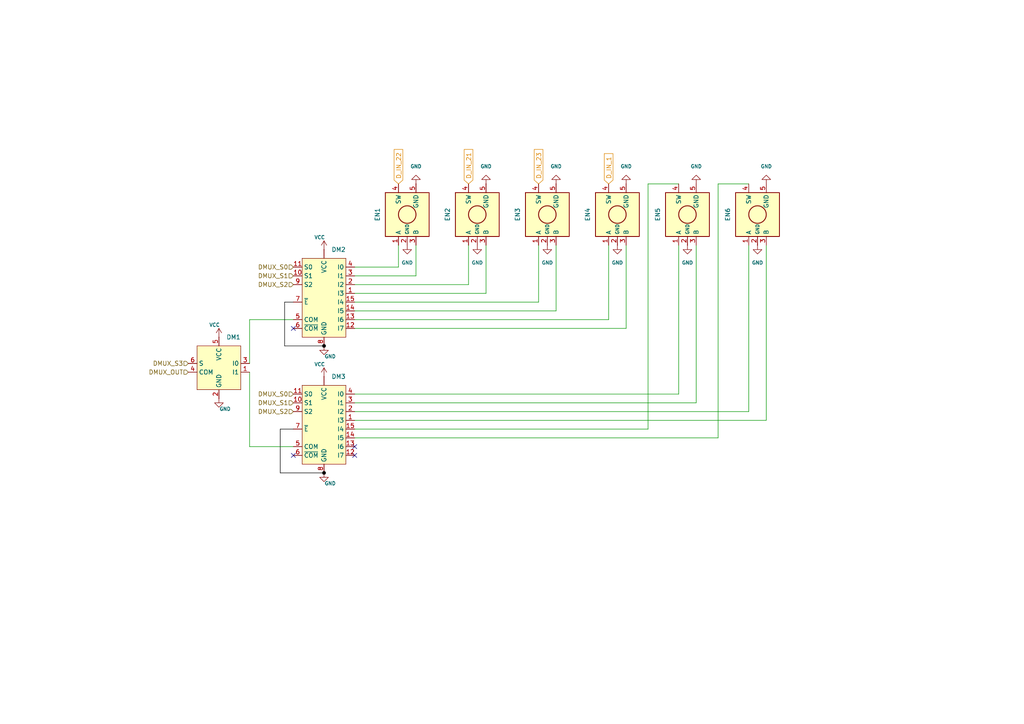
<source format=kicad_sch>
(kicad_sch (version 20250114) (generator "eeschema") (generator_version "9.0")
  (paper "A4")
  (lib_symbols
    (symbol "Symbols:74AC151SC_8{colon}1_MUX"
      (property "Reference" "U" (at 0 0 0))
      (symbol "74AC151SC_8{colon}1_MUX_1_1"
        (rectangle (start -6.35 8.89) (end 6.35 -13.97) (fill (type background)))
        (pin input line (at -8.89 6.35 0) (length 2.54) (name "S0") (number "11"))
        (pin input line (at -8.89 3.81 0) (length 2.54) (name "S1") (number "10"))
        (pin input line (at -8.89 1.27 0) (length 2.54) (name "S2") (number "9"))
        (pin input line (at -8.89 -3.81 0) (length 2.54) (name "~{E}") (number "7"))
        (pin passive line (at -8.89 -8.89 0) (length 2.54) (name "COM") (number "5"))
        (pin passive line (at -8.89 -11.43 0) (length 2.54) (name "~{COM}") (number "6"))
        (pin power_in line (at 0 11.43 270) (length 2.54) (name "VCC") (number ""))
        (pin power_in line (at 0 -16.51 90) (length 2.54) (name "GND") (number "8"))
        (pin passive line (at 8.89 6.35 180) (length 2.54) (name "I0") (number "4"))
        (pin passive line (at 8.89 3.81 180) (length 2.54) (name "I1") (number "3"))
        (pin passive line (at 8.89 1.27 180) (length 2.54) (name "I2") (number "2"))
        (pin passive line (at 8.89 -1.27 180) (length 2.54) (name "I3") (number "1"))
        (pin passive line (at 8.89 -3.81 180) (length 2.54) (name "I4") (number "15"))
        (pin passive line (at 8.89 -6.35 180) (length 2.54) (name "I5") (number "14"))
        (pin passive line (at 8.89 -8.89 180) (length 2.54) (name "I6") (number "13"))
        (pin passive line (at 8.89 -11.43 180) (length 2.54) (name "I7") (number "12"))
      )
    )
    (symbol "Symbols:74LVC1G157_2{colon}1_MUX"
      (property "Reference" "U" (at 0 0 0))
      (symbol "74LVC1G157_2{colon}1_MUX_1_1"
        (rectangle (start -6.35 6.35) (end 6.35 -6.35) (fill (type background)))
        (pin input line (at -8.89 1.27 0) (length 2.54) (name "S") (number "6"))
        (pin passive line (at -8.89 -1.27 0) (length 2.54) (name "COM") (number "4"))
        (pin power_in line (at 0 8.89 270) (length 2.54) (name "VCC") (number "5"))
        (pin power_in line (at 0 -8.89 90) (length 2.54) (name "GND") (number "2"))
        (pin passive line (at 8.89 1.27 180) (length 2.54) (name "I0") (number "3"))
        (pin passive line (at 8.89 -1.27 180) (length 2.54) (name "I1") (number "1"))
      )
    )
    (symbol "Symbols:GND" (power) (pin_numbers (hide yes)) (pin_names (hide yes))
      (property "Value" "GND" (at 0 -3.302 0))
      (symbol "GND_0_1"
        (polyline (pts (xy 0 0) (xy 0 -1.27) (xy 1.27 -1.27) (xy 0 -2.54) (xy -1.27 -1.27) (xy 0 -1.27)))
      )
      (symbol "GND_1_1"
        (pin power_in line (at 0 0 270) (length 0) (name "~") (number ""))
      )
    )
    (symbol "Symbols:Rotary_Encoder"
      (property "Reference" "U" (at 0 4.064 0))
      (symbol "Rotary_Encoder_0_1"
        (rectangle (start -6.35 6.35) (end 6.35 -6.35) (stroke (width 0.254)) (fill (type background)))
        (circle (center 0 0) (radius 2.54) (stroke (width 0.254)))
      )
      (symbol "Rotary_Encoder_1_1"
        (pin passive line (at -8.89 2.54 0) (length 2.54) (name "A") (number "1"))
        (pin passive line (at -8.89 0 0) (length 2.54) (name "GND") (number "2"))
        (pin passive line (at -8.89 -2.54 0) (length 2.54) (name "B") (number "3"))
        (pin passive line (at 8.89 2.54 180) (length 2.54) (name "SW") (number "4"))
        (pin passive line (at 8.89 -2.54 180) (length 2.54) (name "GND") (number "5"))
      )
    )
    (symbol "Symbols:VCC" (power) (pin_numbers (hide yes)) (pin_names (hide yes))
      (property "Value" "VCC" (at 0 3.81 0))
      (symbol "VCC_0_1"
        (polyline (pts (xy -0.762 1.27) (xy 0 2.54)))
        (polyline (pts (xy 0 2.54) (xy 0.762 1.27)))
        (polyline (pts (xy 0 0) (xy 0 2.54)))
      )
      (symbol "VCC_1_1"
        (pin power_in line (at 0 0 90) (length 0) (name "~") (number ""))
      )
    )
  )
  (junction (at 93.98 137.16) (color 0 0 0 1))
  (junction (at 93.98 100.33) (color 0 0 0 1))
  (no_connect (at 85.09 132.08))
  (no_connect (at 85.09 95.25))
  (no_connect (at 102.87 132.08))
  (no_connect (at 102.87 129.54))
  (wire (pts (xy 102.87 90.17) (xy 161.29 90.17)))
  (wire (pts (xy 115.57 77.47) (xy 115.57 71.12)))
  (wire (pts (xy 208.28 127) (xy 102.87 127)))
  (wire (pts (xy 201.93 71.12) (xy 201.93 116.84)))
  (wire (pts (xy 176.53 92.71) (xy 176.53 71.12)))
  (wire (pts (xy 85.09 87.63) (xy 82.55 87.63)) (stroke (width 0) (color 0 0 0 1)))
  (wire (pts (xy 81.28 137.16) (xy 93.98 137.16)) (stroke (width 0) (color 0 0 0 1)))
  (wire (pts (xy 81.28 124.46) (xy 81.28 137.16)) (stroke (width 0) (color 0 0 0 1)))
  (wire (pts (xy 102.87 121.92) (xy 222.25 121.92)))
  (wire (pts (xy 217.17 119.38) (xy 102.87 119.38)))
  (wire (pts (xy 102.87 82.55) (xy 135.89 82.55)))
  (wire (pts (xy 222.25 121.92) (xy 222.25 71.12)))
  (wire (pts (xy 156.21 87.63) (xy 156.21 71.12)))
  (wire (pts (xy 72.39 92.71) (xy 85.09 92.71)))
  (wire (pts (xy 102.87 95.25) (xy 181.61 95.25)))
  (wire (pts (xy 196.85 53.34) (xy 187.96 53.34)))
  (wire (pts (xy 208.28 53.34) (xy 217.17 53.34)))
  (wire (pts (xy 102.87 87.63) (xy 156.21 87.63)))
  (wire (pts (xy 217.17 71.12) (xy 217.17 119.38)))
  (wire (pts (xy 161.29 90.17) (xy 161.29 71.12)))
  (wire (pts (xy 82.55 87.63) (xy 82.55 100.33)) (stroke (width 0) (color 0 0 0 1)))
  (wire (pts (xy 102.87 92.71) (xy 176.53 92.71)))
  (wire (pts (xy 196.85 114.3) (xy 196.85 71.12)))
  (wire (pts (xy 102.87 85.09) (xy 140.97 85.09)))
  (wire (pts (xy 208.28 53.34) (xy 208.28 127)))
  (wire (pts (xy 72.39 129.54) (xy 85.09 129.54)))
  (wire (pts (xy 135.89 82.55) (xy 135.89 71.12)))
  (wire (pts (xy 82.55 100.33) (xy 93.98 100.33)) (stroke (width 0) (color 0 0 0 1)))
  (wire (pts (xy 102.87 80.01) (xy 120.65 80.01)))
  (wire (pts (xy 201.93 116.84) (xy 102.87 116.84)))
  (wire (pts (xy 187.96 124.46) (xy 102.87 124.46)))
  (wire (pts (xy 85.09 124.46) (xy 81.28 124.46)) (stroke (width 0) (color 0 0 0 1)))
  (wire (pts (xy 72.39 107.95) (xy 72.39 129.54)))
  (wire (pts (xy 120.65 80.01) (xy 120.65 71.12)))
  (wire (pts (xy 102.87 114.3) (xy 196.85 114.3)))
  (wire (pts (xy 187.96 53.34) (xy 187.96 124.46)))
  (wire (pts (xy 72.39 105.41) (xy 72.39 92.71)))
  (wire (pts (xy 102.87 77.47) (xy 115.57 77.47)))
  (wire (pts (xy 140.97 85.09) (xy 140.97 71.12)))
  (wire (pts (xy 181.61 95.25) (xy 181.61 71.12)))
  (global_label "D_IN_22" (shape input) (at 115.57 53.34 90) (property "Intersheetrefs" "${INTERSHEET_REFS}" (effects (hide yes))))
  (global_label "D_IN_1" (shape input) (at 176.53 53.34 90) (property "Intersheetrefs" "${INTERSHEET_REFS}" (effects (hide yes))))
  (global_label "D_IN_23" (shape input) (at 156.21 53.34 90) (property "Intersheetrefs" "${INTERSHEET_REFS}" (effects (hide yes))))
  (global_label "D_IN_21" (shape input) (at 135.89 53.34 90) (property "Intersheetrefs" "${INTERSHEET_REFS}" (effects (hide yes))))
  (hierarchical_label "DMUX_S3" (shape input) (at 54.61 105.41 180))
  (hierarchical_label "DMUX_S0" (shape input) (at 85.09 114.3 180))
  (hierarchical_label "DMUX_S1" (shape input) (at 85.09 80.01 180))
  (hierarchical_label "DMUX_S2" (shape input) (at 85.09 82.55 180))
  (hierarchical_label "DMUX_S0" (shape input) (at 85.09 77.47 180))
  (hierarchical_label "DMUX_S1" (shape input) (at 85.09 116.84 180))
  (hierarchical_label "DMUX_OUT" (shape input) (at 54.61 107.95 180))
  (hierarchical_label "DMUX_S2" (shape input) (at 85.09 119.38 180))
  (symbol (lib_id "Symbols:Rotary_Encoder") (at 199.39 62.23 90) (unit 1)
    (property "Reference" "EN5" (at 190.754 62.23 0))
  )
  (symbol (lib_id "Symbols:GND") (at 63.5 115.57 0) (unit 1)
    (property "Reference" "#PWR094" (effects (hide yes)))
    (property "Value" "GND" (at 65.278 118.618 0) (effects (font (size 1.016 1.016))))
  )
  (symbol (lib_id "Symbols:GND") (at 222.25 53.34 180) (unit 1)
    (property "Reference" "#PWR099" (effects (hide yes)))
    (property "Value" "GND" (at 222.25 48.26 0) (effects (font (size 1.016 1.016))))
  )
  (symbol (lib_id "Symbols:VCC") (at 93.98 72.39 0) (unit 1)
    (property "Reference" "#PWR091" (effects (hide yes)))
    (property "Value" "VCC" (at 92.71 68.834 0) (effects (font (size 1.016 1.016))))
  )
  (symbol (lib_id "Symbols:GND") (at 179.07 71.12 0) (unit 1)
    (property "Reference" "#PWR0102" (effects (hide yes)))
    (property "Value" "GND" (at 179.07 76.2 0) (effects (font (size 1.016 1.016))))
  )
  (symbol (lib_id "Symbols:GND") (at 93.98 137.16 0) (unit 1)
    (property "Reference" "#PWR092" (effects (hide yes)))
    (property "Value" "GND" (at 95.758 140.208 0) (effects (font (size 1.016 1.016))))
  )
  (symbol (lib_id "Symbols:VCC") (at 63.5 97.79 0) (unit 1)
    (property "Reference" "#PWR093" (effects (hide yes)))
    (property "Value" "VCC" (at 62.23 94.234 0) (effects (font (size 1.016 1.016))))
  )
  (symbol (lib_id "Symbols:GND") (at 219.71 71.12 0) (unit 1)
    (property "Reference" "#PWR0104" (effects (hide yes)))
    (property "Value" "GND" (at 219.71 76.2 0) (effects (font (size 1.016 1.016))))
  )
  (symbol (lib_id "Symbols:GND") (at 181.61 53.34 180) (unit 1)
    (property "Reference" "#PWR097" (effects (hide yes)))
    (property "Value" "GND" (at 181.61 48.26 0) (effects (font (size 1.016 1.016))))
  )
  (symbol (lib_id "Symbols:Rotary_Encoder") (at 138.43 62.23 90) (unit 1)
    (property "Reference" "EN2" (at 129.794 62.23 0))
  )
  (symbol (lib_id "Symbols:VCC") (at 93.98 109.22 0) (unit 1)
    (property "Reference" "#PWR089" (effects (hide yes)))
    (property "Value" "VCC" (at 92.71 105.664 0) (effects (font (size 1.016 1.016))))
  )
  (symbol (lib_id "Symbols:74AC151SC_8{colon}1_MUX") (at 93.98 83.82 0) (unit 1)
    (property "Reference" "DM2" (at 96.1233 72.39 0) (effects (justify left)))
    (property "Value" "74AC151SC" (effects (hide yes)))
  )
  (symbol (lib_id "Symbols:GND") (at 120.65 53.34 180) (unit 1)
    (property "Reference" "#PWR088" (effects (hide yes)))
    (property "Value" "GND" (at 120.65 48.26 0) (effects (font (size 1.016 1.016))))
  )
  (symbol (lib_id "Symbols:GND") (at 199.39 71.12 0) (unit 1)
    (property "Reference" "#PWR0103" (effects (hide yes)))
    (property "Value" "GND" (at 199.39 76.2 0) (effects (font (size 1.016 1.016))))
  )
  (symbol (lib_id "Symbols:GND") (at 118.11 71.12 0) (unit 1)
    (property "Reference" "#PWR087" (effects (hide yes)))
    (property "Value" "GND" (at 118.11 76.2 0) (effects (font (size 1.016 1.016))))
  )
  (symbol (lib_id "Symbols:GND") (at 158.75 71.12 0) (unit 1)
    (property "Reference" "#PWR0101" (effects (hide yes)))
    (property "Value" "GND" (at 158.75 76.2 0) (effects (font (size 1.016 1.016))))
  )
  (symbol (lib_id "Symbols:Rotary_Encoder") (at 158.75 62.23 90) (unit 1)
    (property "Reference" "EN3" (at 150.114 62.23 0))
  )
  (symbol (lib_id "Symbols:Rotary_Encoder") (at 179.07 62.23 90) (unit 1)
    (property "Reference" "EN4" (at 170.434 62.23 0))
  )
  (symbol (lib_id "Symbols:GND") (at 93.98 100.33 0) (unit 1)
    (property "Reference" "#PWR090" (effects (hide yes)))
    (property "Value" "GND" (at 95.758 103.378 0) (effects (font (size 1.016 1.016))))
  )
  (symbol (lib_id "Symbols:74LVC1G157_2{colon}1_MUX") (at 63.5 106.68 0) (unit 1)
    (property "Reference" "DM1" (at 65.6433 97.79 0) (effects (justify left)))
    (property "Value" "74LVC1G157" (effects (hide yes)))
  )
  (symbol (lib_id "Symbols:GND") (at 201.93 53.34 180) (unit 1)
    (property "Reference" "#PWR098" (effects (hide yes)))
    (property "Value" "GND" (at 201.93 48.26 0) (effects (font (size 1.016 1.016))))
  )
  (symbol (lib_id "Symbols:GND") (at 140.97 53.34 180) (unit 1)
    (property "Reference" "#PWR095" (effects (hide yes)))
    (property "Value" "GND" (at 140.97 48.26 0) (effects (font (size 1.016 1.016))))
  )
  (symbol (lib_id "Symbols:Rotary_Encoder") (at 118.11 62.23 90) (unit 1)
    (property "Reference" "EN1" (at 109.474 62.23 0))
  )
  (symbol (lib_id "Symbols:Rotary_Encoder") (at 219.71 62.23 90) (unit 1)
    (property "Reference" "EN6" (at 211.074 62.23 0))
  )
  (symbol (lib_id "Symbols:GND") (at 138.43 71.12 0) (unit 1)
    (property "Reference" "#PWR0100" (effects (hide yes)))
    (property "Value" "GND" (at 138.43 76.2 0) (effects (font (size 1.016 1.016))))
  )
  (symbol (lib_id "Symbols:74AC151SC_8{colon}1_MUX") (at 93.98 120.65 0) (unit 1)
    (property "Reference" "DM3" (at 96.1233 109.22 0) (effects (justify left)))
    (property "Value" "74AC151SC" (effects (hide yes)))
  )
  (symbol (lib_id "Symbols:GND") (at 161.29 53.34 180) (unit 1)
    (property "Reference" "#PWR096" (effects (hide yes)))
    (property "Value" "GND" (at 161.29 48.26 0) (effects (font (size 1.016 1.016))))
  )
)
</source>
